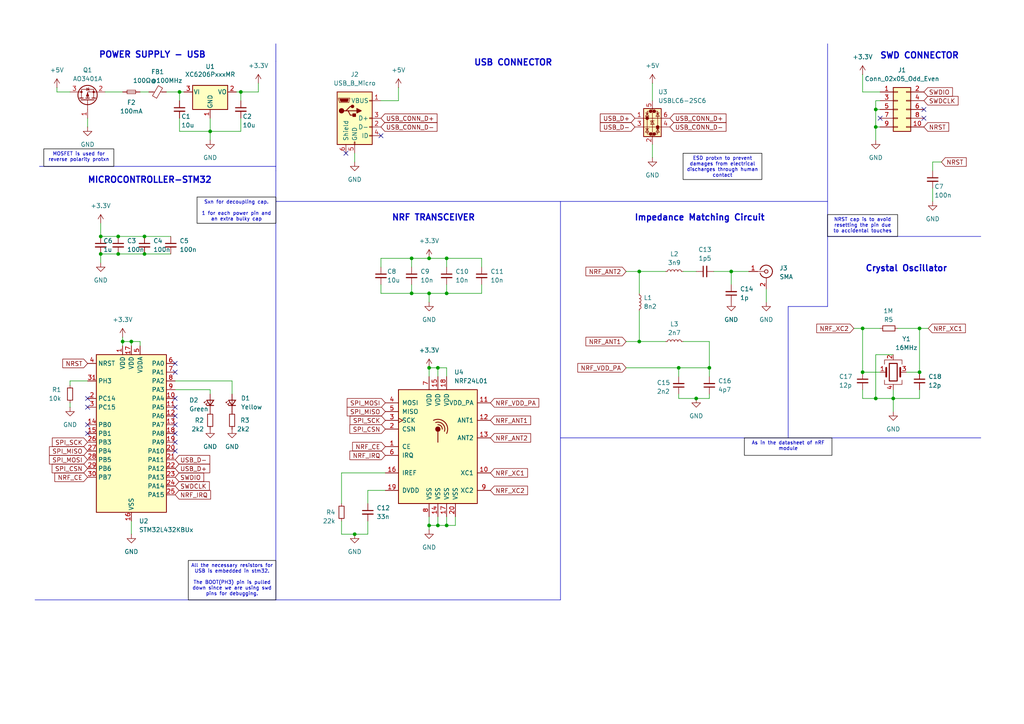
<source format=kicad_sch>
(kicad_sch (version 20231120) (generator "eeschema") (generator_version "8.0")
  (paper "A4")
  (lib_symbols
    (symbol "Connector:Conn_Coaxial" (pin_names (offset 1.016) hide)
      (property "Reference" "J" (at 0.254 3.048 0))
      (property "Value" "Conn_Coaxial" (at 2.921 0 90))
      (symbol "Conn_Coaxial_1_1"
        (pin passive line (at -5.08 0 0) (length 2.54) (name "In") (number "1"))
        (pin passive line (at 0 -5.08 90) (length 2.54) (name "Ext") (number "2"))
      )
    )
    (symbol "Connector:USB_B_Micro" (pin_names (offset 1.016))
      (property "Reference" "J" (at -5.08 11.43 0))
      (property "Value" "USB_B_Micro" (at -5.08 8.89 0))
      (symbol "USB_B_Micro_1_1"
        (pin power_out line (at 7.62 5.08 180) (length 2.54) (name "VBUS") (number "1"))
        (pin bidirectional line (at 7.62 -2.54 180) (length 2.54) (name "D-") (number "2"))
        (pin bidirectional line (at 7.62 0 180) (length 2.54) (name "D+") (number "3"))
        (pin passive line (at 7.62 -5.08 180) (length 2.54) (name "ID") (number "4"))
        (pin power_out line (at 0 -10.16 90) (length 2.54) (name "GND") (number "5"))
        (pin passive line (at -2.54 -10.16 90) (length 2.54) (name "Shield") (number "6"))
      )
    )
    (symbol "Connector_Generic:Conn_02x05_Odd_Even" (pin_names (offset 1.016) hide)
      (property "Reference" "J" (at 1.27 7.62 0))
      (property "Value" "Conn_02x05_Odd_Even" (at 1.27 -7.62 0))
      (symbol "Conn_02x05_Odd_Even_1_1"
        (pin passive line (at -5.08 5.08 0) (length 3.81) (name "Pin_1") (number "1"))
        (pin passive line (at 7.62 -5.08 180) (length 3.81) (name "Pin_10") (number "10"))
        (pin passive line (at 7.62 5.08 180) (length 3.81) (name "Pin_2") (number "2"))
        (pin passive line (at -5.08 2.54 0) (length 3.81) (name "Pin_3") (number "3"))
        (pin passive line (at 7.62 2.54 180) (length 3.81) (name "Pin_4") (number "4"))
        (pin passive line (at -5.08 0 0) (length 3.81) (name "Pin_5") (number "5"))
        (pin passive line (at 7.62 0 180) (length 3.81) (name "Pin_6") (number "6"))
        (pin passive line (at -5.08 -2.54 0) (length 3.81) (name "Pin_7") (number "7"))
        (pin passive line (at 7.62 -2.54 180) (length 3.81) (name "Pin_8") (number "8"))
        (pin passive line (at -5.08 -5.08 0) (length 3.81) (name "Pin_9") (number "9"))
      )
    )
    (symbol "Device:C_Small" (pin_numbers hide) (pin_names (offset 0.254) hide)
      (property "Reference" "C" (at 0.254 1.778 0))
      (property "Value" "C_Small" (at 0.254 -2.032 0))
      (symbol "C_Small_1_1"
        (pin passive line (at 0 2.54 270) (length 2.032) (name "~") (number "1"))
        (pin passive line (at 0 -2.54 90) (length 2.032) (name "~") (number "2"))
      )
    )
    (symbol "Device:Crystal_GND24" (pin_names (offset 1.016) hide)
      (property "Reference" "Y" (at 3.175 5.08 0))
      (property "Value" "Crystal_GND24" (at 3.175 3.175 0))
      (symbol "Crystal_GND24_1_1"
        (pin passive line (at -3.81 0 0) (length 1.27) (name "1") (number "1"))
        (pin passive line (at 0 5.08 270) (length 1.27) (name "2") (number "2"))
        (pin passive line (at 3.81 0 180) (length 1.27) (name "3") (number "3"))
        (pin passive line (at 0 -5.08 90) (length 1.27) (name "4") (number "4"))
      )
    )
    (symbol "Device:FerriteBead_Small" (pin_numbers hide) (pin_names (offset 0))
      (property "Reference" "FB" (at 1.905 1.27 0))
      (property "Value" "FerriteBead_Small" (at 1.905 -1.27 0))
      (symbol "FerriteBead_Small_1_1"
        (pin passive line (at 0 2.54 270) (length 1.27) (name "~") (number "1"))
        (pin passive line (at 0 -2.54 90) (length 1.27) (name "~") (number "2"))
      )
    )
    (symbol "Device:Fuse_Small" (pin_numbers hide) (pin_names (offset 0.254) hide)
      (property "Reference" "F" (at 0 -1.524 0))
      (property "Value" "Fuse_Small" (at 0 1.524 0))
      (symbol "Fuse_Small_1_1"
        (pin passive line (at -2.54 0 0) (length 1.27) (name "~") (number "1"))
        (pin passive line (at 2.54 0 180) (length 1.27) (name "~") (number "2"))
      )
    )
    (symbol "Device:LED_Small" (pin_numbers hide) (pin_names (offset 0.254) hide)
      (property "Reference" "D" (at -1.27 3.175 0))
      (property "Value" "LED_Small" (at -4.445 -2.54 0))
      (symbol "LED_Small_1_1"
        (pin passive line (at -2.54 0 0) (length 1.778) (name "K") (number "1"))
        (pin passive line (at 2.54 0 180) (length 1.778) (name "A") (number "2"))
      )
    )
    (symbol "Device:L_Small" (pin_numbers hide) (pin_names (offset 0.254) hide)
      (property "Reference" "L" (at 0.762 1.016 0))
      (property "Value" "L_Small" (at 0.762 -1.016 0))
      (symbol "L_Small_1_1"
        (pin passive line (at 0 2.54 270) (length 0.508) (name "~") (number "1"))
        (pin passive line (at 0 -2.54 90) (length 0.508) (name "~") (number "2"))
      )
    )
    (symbol "Device:R_Small" (pin_numbers hide) (pin_names (offset 0.254) hide)
      (property "Reference" "R" (at 0.762 0.508 0))
      (property "Value" "R_Small" (at 0.762 -1.016 0))
      (symbol "R_Small_1_1"
        (pin passive line (at 0 2.54 270) (length 0.762) (name "~") (number "1"))
        (pin passive line (at 0 -2.54 90) (length 0.762) (name "~") (number "2"))
      )
    )
    (symbol "MCU_ST_STM32L4:STM32L432KBUx"
      (property "Reference" "U" (at -10.16 24.13 0))
      (property "Value" "STM32L432KBUx" (at 5.08 24.13 0))
      (symbol "STM32L432KBUx_1_1"
        (pin power_in line (at -2.54 25.4 270) (length 2.54) (name "VDD") (number "1"))
        (pin bidirectional line (at 12.7 10.16 180) (length 2.54) (name "PA4") (number "10"))
        (pin bidirectional line (at 12.7 7.62 180) (length 2.54) (name "PA5") (number "11"))
        (pin bidirectional line (at 12.7 5.08 180) (length 2.54) (name "PA6") (number "12"))
        (pin bidirectional line (at 12.7 2.54 180) (length 2.54) (name "PA7") (number "13"))
        (pin bidirectional line (at -12.7 2.54 0) (length 2.54) (name "PB0") (number "14"))
        (pin bidirectional line (at -12.7 0 0) (length 2.54) (name "PB1") (number "15"))
        (pin power_in line (at 0 -25.4 90) (length 2.54) (name "VSS") (number "16"))
        (pin power_in line (at 0 25.4 270) (length 2.54) (name "VDD") (number "17"))
        (pin bidirectional line (at 12.7 0 180) (length 2.54) (name "PA8") (number "18"))
        (pin bidirectional line (at 12.7 -2.54 180) (length 2.54) (name "PA9") (number "19"))
        (pin bidirectional line (at -12.7 10.16 0) (length 2.54) (name "PC14") (number "2"))
        (pin bidirectional line (at 12.7 -5.08 180) (length 2.54) (name "PA10") (number "20"))
        (pin bidirectional line (at 12.7 -7.62 180) (length 2.54) (name "PA11") (number "21"))
        (pin bidirectional line (at 12.7 -10.16 180) (length 2.54) (name "PA12") (number "22"))
        (pin bidirectional line (at 12.7 -12.7 180) (length 2.54) (name "PA13") (number "23"))
        (pin bidirectional line (at 12.7 -15.24 180) (length 2.54) (name "PA14") (number "24"))
        (pin bidirectional line (at 12.7 -17.78 180) (length 2.54) (name "PA15") (number "25"))
        (pin bidirectional line (at -12.7 -2.54 0) (length 2.54) (name "PB3") (number "26"))
        (pin bidirectional line (at -12.7 -5.08 0) (length 2.54) (name "PB4") (number "27"))
        (pin bidirectional line (at -12.7 -7.62 0) (length 2.54) (name "PB5") (number "28"))
        (pin bidirectional line (at -12.7 -10.16 0) (length 2.54) (name "PB6") (number "29"))
        (pin bidirectional line (at -12.7 7.62 0) (length 2.54) (name "PC15") (number "3"))
        (pin bidirectional line (at -12.7 -12.7 0) (length 2.54) (name "PB7") (number "30"))
        (pin bidirectional line (at -12.7 15.24 0) (length 2.54) (name "PH3") (number "31"))
        (pin passive line (at 0 -25.4 90) (length 2.54) hide (name "VSS") (number "32"))
        (pin passive line (at 0 -25.4 90) (length 2.54) hide (name "VSS") (number "33"))
        (pin input line (at -12.7 20.32 0) (length 2.54) (name "NRST") (number "4"))
        (pin power_in line (at 2.54 25.4 270) (length 2.54) (name "VDDA") (number "5"))
        (pin bidirectional line (at 12.7 20.32 180) (length 2.54) (name "PA0") (number "6"))
        (pin bidirectional line (at 12.7 17.78 180) (length 2.54) (name "PA1") (number "7"))
        (pin bidirectional line (at 12.7 15.24 180) (length 2.54) (name "PA2") (number "8"))
        (pin bidirectional line (at 12.7 12.7 180) (length 2.54) (name "PA3") (number "9"))
      )
    )
    (symbol "Power_Protection:USBLC6-2SC6" (pin_names hide)
      (property "Reference" "U" (at 0.635 5.715 0))
      (property "Value" "USBLC6-2SC6" (at 0.635 3.81 0))
      (symbol "USBLC6-2SC6_1_1"
        (pin passive line (at -5.08 0 0) (length 2.54) (name "I/O1") (number "1"))
        (pin passive line (at 0 -7.62 90) (length 2.54) (name "GND") (number "2"))
        (pin passive line (at -5.08 -2.54 0) (length 2.54) (name "I/O2") (number "3"))
        (pin passive line (at 5.08 -2.54 180) (length 2.54) (name "I/O2") (number "4"))
        (pin passive line (at 0 5.08 270) (length 2.54) (name "VBUS") (number "5"))
        (pin passive line (at 5.08 0 180) (length 2.54) (name "I/O1") (number "6"))
      )
    )
    (symbol "RF:NRF24L01" (pin_names (offset 1.016))
      (property "Reference" "U" (at -11.43 17.78 0))
      (property "Value" "NRF24L01" (at 5.08 17.78 0))
      (symbol "NRF24L01_1_1"
        (pin input line (at -15.24 0 0) (length 3.81) (name "CE") (number "1"))
        (pin passive line (at 15.24 -7.62 180) (length 3.81) (name "XC1") (number "10"))
        (pin power_out line (at 15.24 12.7 180) (length 3.81) (name "VDD_PA") (number "11"))
        (pin passive line (at 15.24 7.62 180) (length 3.81) (name "ANT1") (number "12"))
        (pin passive line (at 15.24 2.54 180) (length 3.81) (name "ANT2") (number "13"))
        (pin power_in line (at 0 -20.32 90) (length 3.81) (name "VSS") (number "14"))
        (pin power_in line (at 0 20.32 270) (length 3.81) (name "VDD") (number "15"))
        (pin passive line (at -15.24 -7.62 0) (length 3.81) (name "IREF") (number "16"))
        (pin power_in line (at 2.54 -20.32 90) (length 3.81) (name "VSS") (number "17"))
        (pin power_in line (at 2.54 20.32 270) (length 3.81) (name "VDD") (number "18"))
        (pin power_out line (at -15.24 -12.7 0) (length 3.81) (name "DVDD") (number "19"))
        (pin input line (at -15.24 5.08 0) (length 3.81) (name "CSN") (number "2"))
        (pin power_in line (at 5.08 -20.32 90) (length 3.81) (name "VSS") (number "20"))
        (pin input clock (at -15.24 7.62 0) (length 3.81) (name "SCK") (number "3"))
        (pin input line (at -15.24 12.7 0) (length 3.81) (name "MOSI") (number "4"))
        (pin output line (at -15.24 10.16 0) (length 3.81) (name "MISO") (number "5"))
        (pin output line (at -15.24 -2.54 0) (length 3.81) (name "IRQ") (number "6"))
        (pin power_in line (at -2.54 20.32 270) (length 3.81) (name "VDD") (number "7"))
        (pin power_in line (at -2.54 -20.32 90) (length 3.81) (name "VSS") (number "8"))
        (pin passive line (at 15.24 -12.7 180) (length 3.81) (name "XC2") (number "9"))
      )
    )
    (symbol "Regulator_Linear:XC6206PxxxMR" (pin_names (offset 0.254))
      (property "Reference" "U" (at -3.81 3.175 0))
      (property "Value" "XC6206PxxxMR" (at 0 3.175 0))
      (symbol "XC6206PxxxMR_1_1"
        (pin power_in line (at 0 -7.62 90) (length 2.54) (name "GND") (number "1"))
        (pin power_out line (at 7.62 0 180) (length 2.54) (name "VO") (number "2"))
        (pin power_in line (at -7.62 0 0) (length 2.54) (name "VI") (number "3"))
      )
    )
    (symbol "Transistor_FET:AO3401A" (pin_names hide)
      (property "Reference" "Q" (at 5.08 1.905 0))
      (property "Value" "AO3401A" (at 5.08 0 0))
      (symbol "AO3401A_1_1"
        (pin input line (at -5.08 0 0) (length 2.54) (name "G") (number "1"))
        (pin passive line (at 2.54 -5.08 90) (length 2.54) (name "S") (number "2"))
        (pin passive line (at 2.54 5.08 270) (length 2.54) (name "D") (number "3"))
      )
    )
    (symbol "power:+3.3V" (power) (pin_numbers hide) (pin_names (offset 0) hide)
      (property "Value" "+3.3V" (at 0 3.556 0))
      (symbol "+3.3V_1_1"
        (pin power_in line (at 0 0 90) (length 0) (name "~") (number "1"))
      )
    )
    (symbol "power:+5V" (power) (pin_numbers hide) (pin_names (offset 0) hide)
      (property "Value" "+5V" (at 0 3.556 0))
      (symbol "+5V_1_1"
        (pin power_in line (at 0 0 90) (length 0) (name "~") (number "1"))
      )
    )
    (symbol "power:GND" (power) (pin_numbers hide) (pin_names (offset 0) hide)
      (property "Value" "GND" (at 0 -3.81 0))
      (symbol "GND_1_1"
        (pin power_in line (at 0 0 270) (length 0) (name "~") (number "1"))
      )
    )
  )
  (junction (at 34.29 73.66))
  (junction (at 254 36.83))
  (junction (at 41.91 73.66))
  (junction (at 119.38 74.93))
  (junction (at 29.21 73.66))
  (junction (at 41.91 68.58))
  (junction (at 185.42 99.06))
  (junction (at 266.7 107.95))
  (junction (at 52.07 26.67))
  (junction (at 250.19 107.95))
  (junction (at 124.46 85.09))
  (junction (at 127 106.68))
  (junction (at 34.29 68.58))
  (junction (at 250.19 95.25))
  (junction (at 266.7 95.25))
  (junction (at 35.56 99.06))
  (junction (at 124.46 106.68))
  (junction (at 119.38 85.09))
  (junction (at 102.87 154.94))
  (junction (at 29.21 68.58))
  (junction (at 124.46 152.4))
  (junction (at 205.74 106.68))
  (junction (at 129.54 152.4))
  (junction (at 69.85 26.67))
  (junction (at 254 31.75))
  (junction (at 212.09 78.74))
  (junction (at 129.54 85.09))
  (junction (at 196.85 106.68))
  (junction (at 254 115.57))
  (junction (at 60.96 38.1))
  (junction (at 38.1 99.06))
  (junction (at 127 152.4))
  (junction (at 201.93 115.57))
  (junction (at 124.46 74.93))
  (junction (at 185.42 78.74))
  (junction (at 129.54 74.93))
  (junction (at 259.08 115.57))
  (no_connect (at 50.8 125.73))
  (no_connect (at 110.49 39.37))
  (no_connect (at 267.97 31.75))
  (no_connect (at 50.8 120.65))
  (no_connect (at 267.97 34.29))
  (no_connect (at 25.4 118.11))
  (no_connect (at 50.8 123.19))
  (no_connect (at 50.8 107.95))
  (no_connect (at 25.4 115.57))
  (no_connect (at 25.4 125.73))
  (no_connect (at 50.8 128.27))
  (no_connect (at 100.33 44.45))
  (no_connect (at 25.4 123.19))
  (no_connect (at 50.8 105.41))
  (no_connect (at 50.8 118.11))
  (no_connect (at 255.27 34.29))
  (no_connect (at 50.8 115.57))
  (no_connect (at 50.8 130.81))
  (wire (pts (xy 181.61 106.68) (xy 196.85 106.68)))
  (wire (pts (xy 198.12 78.74) (xy 201.93 78.74)))
  (polyline (pts (xy 10.16 173.99) (xy 80.01 173.99)))
  (wire (pts (xy 52.07 26.67) (xy 53.34 26.67)))
  (wire (pts (xy 38.1 99.06) (xy 40.64 99.06)))
  (polyline (pts (xy 228.6 127) (xy 228.6 88.9)))
  (polyline (pts (xy 11.43 48.26) (xy 13.97 48.26)))
  (wire (pts (xy 185.42 90.17) (xy 185.42 99.06)))
  (wire (pts (xy 129.54 106.68) (xy 127 106.68)))
  (polyline (pts (xy 228.6 127) (xy 284.48 127)))
  (wire (pts (xy 132.08 152.4) (xy 129.54 152.4)))
  (wire (pts (xy 270.51 54.61) (xy 270.51 58.42)))
  (wire (pts (xy 99.06 137.16) (xy 99.06 146.05)))
  (wire (pts (xy 48.26 26.67) (xy 52.07 26.67)))
  (wire (pts (xy 106.68 142.24) (xy 111.76 142.24)))
  (wire (pts (xy 139.7 77.47) (xy 139.7 74.93)))
  (wire (pts (xy 38.1 99.06) (xy 38.1 100.33)))
  (wire (pts (xy 60.96 34.29) (xy 60.96 38.1)))
  (wire (pts (xy 124.46 85.09) (xy 124.46 87.63)))
  (wire (pts (xy 259.08 102.87) (xy 254 102.87)))
  (wire (pts (xy 35.56 99.06) (xy 38.1 99.06)))
  (wire (pts (xy 119.38 74.93) (xy 119.38 77.47)))
  (wire (pts (xy 30.48 26.67) (xy 35.56 26.67)))
  (wire (pts (xy 189.23 41.91) (xy 189.23 45.72)))
  (wire (pts (xy 74.93 24.13) (xy 74.93 26.67)))
  (wire (pts (xy 124.46 152.4) (xy 124.46 153.67)))
  (wire (pts (xy 110.49 77.47) (xy 110.49 74.93)))
  (wire (pts (xy 129.54 77.47) (xy 129.54 74.93)))
  (wire (pts (xy 119.38 82.55) (xy 119.38 85.09)))
  (wire (pts (xy 205.74 99.06) (xy 205.74 106.68)))
  (polyline (pts (xy 228.6 88.9) (xy 240.03 88.9)))
  (wire (pts (xy 254 29.21) (xy 254 31.75)))
  (wire (pts (xy 34.29 68.58) (xy 41.91 68.58)))
  (wire (pts (xy 250.19 21.59) (xy 250.19 26.67)))
  (wire (pts (xy 254 102.87) (xy 254 115.57)))
  (wire (pts (xy 196.85 114.3) (xy 196.85 115.57)))
  (wire (pts (xy 119.38 85.09) (xy 124.46 85.09)))
  (wire (pts (xy 254 31.75) (xy 254 36.83)))
  (wire (pts (xy 29.21 73.66) (xy 34.29 73.66)))
  (wire (pts (xy 99.06 154.94) (xy 99.06 151.13)))
  (wire (pts (xy 16.51 26.67) (xy 20.32 26.67)))
  (polyline (pts (xy 80.01 48.26) (xy 80.01 49.53)))
  (wire (pts (xy 20.32 116.84) (xy 20.32 118.11)))
  (wire (pts (xy 127 152.4) (xy 124.46 152.4)))
  (wire (pts (xy 222.25 83.82) (xy 222.25 87.63)))
  (wire (pts (xy 139.7 82.55) (xy 139.7 85.09)))
  (polyline (pts (xy 240.03 68.58) (xy 284.48 68.58)))
  (wire (pts (xy 50.8 113.03) (xy 60.96 113.03)))
  (wire (pts (xy 16.51 25.4) (xy 16.51 26.67)))
  (polyline (pts (xy 80.01 173.99) (xy 162.56 173.99)))
  (wire (pts (xy 69.85 34.29) (xy 69.85 38.1)))
  (wire (pts (xy 41.91 73.66) (xy 49.53 73.66)))
  (wire (pts (xy 185.42 78.74) (xy 193.04 78.74)))
  (wire (pts (xy 40.64 99.06) (xy 40.64 100.33)))
  (wire (pts (xy 38.1 151.13) (xy 38.1 154.94)))
  (wire (pts (xy 50.8 110.49) (xy 67.31 110.49)))
  (wire (pts (xy 196.85 106.68) (xy 205.74 106.68)))
  (wire (pts (xy 52.07 34.29) (xy 52.07 38.1)))
  (wire (pts (xy 250.19 107.95) (xy 255.27 107.95)))
  (polyline (pts (xy 162.56 127) (xy 228.6 127)))
  (wire (pts (xy 106.68 154.94) (xy 102.87 154.94)))
  (wire (pts (xy 196.85 109.22) (xy 196.85 106.68)))
  (wire (pts (xy 111.76 137.16) (xy 99.06 137.16)))
  (wire (pts (xy 106.68 151.13) (xy 106.68 154.94)))
  (wire (pts (xy 212.09 78.74) (xy 217.17 78.74)))
  (wire (pts (xy 69.85 26.67) (xy 69.85 29.21)))
  (wire (pts (xy 20.32 111.76) (xy 20.32 110.49)))
  (wire (pts (xy 262.89 107.95) (xy 266.7 107.95)))
  (polyline (pts (xy 80.01 49.53) (xy 80.01 173.99)))
  (wire (pts (xy 124.46 149.86) (xy 124.46 152.4)))
  (wire (pts (xy 127 106.68) (xy 124.46 106.68)))
  (wire (pts (xy 127 149.86) (xy 127 152.4)))
  (wire (pts (xy 74.93 26.67) (xy 69.85 26.67)))
  (wire (pts (xy 41.91 68.58) (xy 49.53 68.58)))
  (wire (pts (xy 110.49 29.21) (xy 115.57 29.21)))
  (wire (pts (xy 212.09 78.74) (xy 212.09 82.55)))
  (wire (pts (xy 205.74 109.22) (xy 205.74 106.68)))
  (wire (pts (xy 40.64 26.67) (xy 43.18 26.67)))
  (polyline (pts (xy 80.01 17.78) (xy 80.01 48.26)))
  (wire (pts (xy 69.85 38.1) (xy 60.96 38.1)))
  (wire (pts (xy 205.74 114.3) (xy 205.74 115.57)))
  (wire (pts (xy 29.21 73.66) (xy 29.21 76.2)))
  (wire (pts (xy 207.01 78.74) (xy 212.09 78.74)))
  (wire (pts (xy 35.56 99.06) (xy 35.56 100.33)))
  (wire (pts (xy 129.54 152.4) (xy 127 152.4)))
  (polyline (pts (xy 13.97 48.26) (xy 80.01 48.26)))
  (wire (pts (xy 247.65 95.25) (xy 250.19 95.25)))
  (polyline (pts (xy 162.56 173.99) (xy 162.56 58.42)))
  (wire (pts (xy 266.7 95.25) (xy 266.7 107.95)))
  (wire (pts (xy 129.54 149.86) (xy 129.54 152.4)))
  (wire (pts (xy 205.74 115.57) (xy 201.93 115.57)))
  (wire (pts (xy 60.96 38.1) (xy 60.96 40.64)))
  (wire (pts (xy 250.19 115.57) (xy 254 115.57)))
  (wire (pts (xy 124.46 85.09) (xy 129.54 85.09)))
  (wire (pts (xy 129.54 85.09) (xy 139.7 85.09)))
  (wire (pts (xy 185.42 85.09) (xy 185.42 78.74)))
  (wire (pts (xy 110.49 82.55) (xy 110.49 85.09)))
  (wire (pts (xy 129.54 109.22) (xy 129.54 106.68)))
  (wire (pts (xy 254 36.83) (xy 254 40.64)))
  (wire (pts (xy 129.54 74.93) (xy 124.46 74.93)))
  (wire (pts (xy 250.19 95.25) (xy 250.19 107.95)))
  (polyline (pts (xy 80.01 12.7) (xy 80.01 17.78)))
  (wire (pts (xy 68.58 26.67) (xy 69.85 26.67)))
  (wire (pts (xy 52.07 38.1) (xy 60.96 38.1)))
  (wire (pts (xy 270.51 49.53) (xy 270.51 46.99)))
  (wire (pts (xy 34.29 73.66) (xy 41.91 73.66)))
  (wire (pts (xy 250.19 26.67) (xy 255.27 26.67)))
  (wire (pts (xy 102.87 44.45) (xy 102.87 46.99)))
  (wire (pts (xy 254 115.57) (xy 259.08 115.57)))
  (wire (pts (xy 25.4 34.29) (xy 25.4 36.83)))
  (wire (pts (xy 20.32 110.49) (xy 25.4 110.49)))
  (polyline (pts (xy 240.03 12.7) (xy 240.03 68.58)))
  (wire (pts (xy 270.51 46.99) (xy 273.05 46.99)))
  (wire (pts (xy 132.08 149.86) (xy 132.08 152.4)))
  (polyline (pts (xy 240.03 88.9) (xy 240.03 68.58)))
  (wire (pts (xy 119.38 74.93) (xy 124.46 74.93)))
  (wire (pts (xy 29.21 64.77) (xy 29.21 68.58)))
  (wire (pts (xy 127 106.68) (xy 127 109.22)))
  (wire (pts (xy 196.85 115.57) (xy 201.93 115.57)))
  (wire (pts (xy 266.7 115.57) (xy 259.08 115.57)))
  (wire (pts (xy 181.61 78.74) (xy 185.42 78.74)))
  (wire (pts (xy 181.61 99.06) (xy 185.42 99.06)))
  (wire (pts (xy 115.57 29.21) (xy 115.57 25.4)))
  (wire (pts (xy 250.19 113.03) (xy 250.19 115.57)))
  (wire (pts (xy 102.87 154.94) (xy 99.06 154.94)))
  (wire (pts (xy 260.35 95.25) (xy 266.7 95.25)))
  (wire (pts (xy 106.68 146.05) (xy 106.68 142.24)))
  (wire (pts (xy 266.7 95.25) (xy 269.24 95.25)))
  (wire (pts (xy 255.27 95.25) (xy 250.19 95.25)))
  (wire (pts (xy 189.23 24.13) (xy 189.23 29.21)))
  (wire (pts (xy 266.7 113.03) (xy 266.7 115.57)))
  (wire (pts (xy 110.49 74.93) (xy 119.38 74.93)))
  (wire (pts (xy 139.7 74.93) (xy 129.54 74.93)))
  (wire (pts (xy 185.42 99.06) (xy 193.04 99.06)))
  (wire (pts (xy 254 29.21) (xy 255.27 29.21)))
  (wire (pts (xy 60.96 113.03) (xy 60.96 114.3)))
  (wire (pts (xy 29.21 68.58) (xy 34.29 68.58)))
  (wire (pts (xy 67.31 110.49) (xy 67.31 114.3)))
  (wire (pts (xy 110.49 85.09) (xy 119.38 85.09)))
  (wire (pts (xy 254 36.83) (xy 255.27 36.83)))
  (wire (pts (xy 259.08 113.03) (xy 259.08 115.57)))
  (wire (pts (xy 198.12 99.06) (xy 205.74 99.06)))
  (wire (pts (xy 35.56 97.79) (xy 35.56 99.06)))
  (wire (pts (xy 52.07 26.67) (xy 52.07 29.21)))
  (wire (pts (xy 259.08 115.57) (xy 259.08 119.38)))
  (wire (pts (xy 254 31.75) (xy 255.27 31.75)))
  (polyline (pts (xy 80.01 58.42) (xy 240.03 58.42)))
  (wire (pts (xy 124.46 106.68) (xy 124.46 109.22)))
  (wire (pts (xy 129.54 82.55) (xy 129.54 85.09)))
  (text_box "As in the datasheet of nRF module" (at 215.9 127 0) (size 25.4 5.08) (stroke (width 0) (color 0 0 0 1)) (effects (font (size 1.016 1.016)) (justify top)))
  (text_box "MOSFET is used for reverse polarity protxn" (at 12.7 43.18 0) (size 20.32 5.08) (stroke (width 0) (color 0 0 0 1)) (effects (font (size 1.016 1.016)) (justify top)))
  (text_box "ESD protxn to prevent damages from electrical discharges through human contact" (at 198.12 44.45 0) (size 22.86 7.62) (stroke (width 0) (color 0 0 0 1)) (effects (font (size 1.016 1.016)) (justify top)))
  (text_box "NRST cap is to avoid resetting the pin due to accidental touches " (at 240.03 62.23 0) (size 20.32 6.35) (stroke (width 0) (color 0 0 0 1)) (effects (font (size 1.016 1.016)) (justify top)))
  (text_box "Sxn for decoupling cap.\n\n1 for each power pin and an extra bulky cap" (at 57.15 57.15 0) (size 22.86 7.62) (stroke (width 0) (color 0 0 0 1)) (effects (font (size 1.016 1.016)) (justify top)))
  (text_box "All the necessary resistors for USB is embedded in stm32.\n\nThe BOOT(PH3) pin is pulled down since we are using swd pins for debugging." (at 54.61 162.56 0) (size 25.4 11.43) (stroke (width 0) (color 0 0 0 1)) (effects (font (size 1.016 1.016)) (justify top)))
  (text "USB CONNECTOR" (at 148.844 18.288 0) (effects (font (size 1.778 1.778) (thickness 0.3556) (bold yes))))
  (text "POWER SUPPLY - USB" (at 44.196 16.002 0) (effects (font (size 1.778 1.778) (thickness 0.3556) (bold yes))))
  (text "MICROCONTROLLER-STM32" (at 43.434 52.324 0) (effects (font (size 1.778 1.778) (thickness 0.3556) (bold yes))))
  (text "Impedance Matching Circuit" (at 202.946 63.246 0) (effects (font (size 1.778 1.778) (thickness 0.3556) (bold yes))))
  (text "Crystal Oscillator" (at 262.89 77.978 0) (effects (font (size 1.778 1.778) (thickness 0.3556) (bold yes))))
  (text "NRF TRANSCEIVER" (at 125.73 63.246 0) (effects (font (size 1.778 1.778) (thickness 0.3556) (bold yes))))
  (text "SWD CONNECTOR" (at 266.7 16.256 0) (effects (font (size 1.778 1.778) (thickness 0.3556) (bold yes))))
  (global_label "SPI_SCK" (shape input) (at 111.76 121.92 180) (property "Intersheetrefs" "${INTERSHEET_REFS}" (effects (hide yes))))
  (global_label "SPI_MOSI" (shape input) (at 111.76 116.84 180) (property "Intersheetrefs" "${INTERSHEET_REFS}" (effects (hide yes))))
  (global_label "NRST" (shape input) (at 25.4 105.41 180) (effects (font (thickness 0.1588))) (property "Intersheetrefs" "${INTERSHEET_REFS}" (effects (hide yes))))
  (global_label "NRF_VDD_PA" (shape input) (at 181.61 106.68 180) (property "Intersheetrefs" "${INTERSHEET_REFS}" (effects (hide yes))))
  (global_label "NRF_ANT2" (shape input) (at 181.61 78.74 180) (property "Intersheetrefs" "${INTERSHEET_REFS}" (effects (hide yes))))
  (global_label "SPI_CSN" (shape input) (at 25.4 135.89 180) (property "Intersheetrefs" "${INTERSHEET_REFS}" (effects (hide yes))))
  (global_label "NRF_IRQ" (shape input) (at 111.76 132.08 180) (property "Intersheetrefs" "${INTERSHEET_REFS}" (effects (hide yes))))
  (global_label "NRF_XC2" (shape input) (at 142.24 142.24 0) (property "Intersheetrefs" "${INTERSHEET_REFS}" (effects (hide yes))))
  (global_label "USB_CONN_D+" (shape input) (at 194.31 34.29 0) (effects (font (thickness 0.1588))) (property "Intersheetrefs" "${INTERSHEET_REFS}" (effects (hide yes))))
  (global_label "SPI_CSN" (shape input) (at 111.76 124.46 180) (property "Intersheetrefs" "${INTERSHEET_REFS}" (effects (hide yes))))
  (global_label "SPI_MOSI" (shape input) (at 25.4 133.35 180) (property "Intersheetrefs" "${INTERSHEET_REFS}" (effects (hide yes))))
  (global_label "SWDCLK" (shape input) (at 50.8 140.97 0) (effects (font (thickness 0.1588))) (property "Intersheetrefs" "${INTERSHEET_REFS}" (effects (hide yes))))
  (global_label "NRF_XC1" (shape input) (at 269.24 95.25 0) (property "Intersheetrefs" "${INTERSHEET_REFS}" (effects (hide yes))))
  (global_label "NRF_XC2" (shape input) (at 247.65 95.25 180) (property "Intersheetrefs" "${INTERSHEET_REFS}" (effects (hide yes))))
  (global_label "NRF_ANT1" (shape input) (at 142.24 121.92 0) (property "Intersheetrefs" "${INTERSHEET_REFS}" (effects (hide yes))))
  (global_label "SWDIO" (shape input) (at 50.8 138.43 0) (effects (font (thickness 0.1588))) (property "Intersheetrefs" "${INTERSHEET_REFS}" (effects (hide yes))))
  (global_label "USB_CONN_D-" (shape input) (at 110.49 36.83 0) (effects (font (thickness 0.1588))) (property "Intersheetrefs" "${INTERSHEET_REFS}" (effects (hide yes))))
  (global_label "USB_CONN_D-" (shape input) (at 194.31 36.83 0) (effects (font (thickness 0.1588))) (property "Intersheetrefs" "${INTERSHEET_REFS}" (effects (hide yes))))
  (global_label "NRF_ANT1" (shape input) (at 181.61 99.06 180) (property "Intersheetrefs" "${INTERSHEET_REFS}" (effects (hide yes))))
  (global_label "USB_D+" (shape input) (at 50.8 135.89 0) (effects (font (thickness 0.1588))) (property "Intersheetrefs" "${INTERSHEET_REFS}" (effects (hide yes))))
  (global_label "SPI_SCK" (shape input) (at 25.4 128.27 180) (property "Intersheetrefs" "${INTERSHEET_REFS}" (effects (hide yes))))
  (global_label "NRF_ANT2" (shape input) (at 142.24 127 0) (property "Intersheetrefs" "${INTERSHEET_REFS}" (effects (hide yes))))
  (global_label "USB_D-" (shape input) (at 50.8 133.35 0) (effects (font (thickness 0.1588))) (property "Intersheetrefs" "${INTERSHEET_REFS}" (effects (hide yes))))
  (global_label "USB_CONN_D+" (shape input) (at 110.49 34.29 0) (effects (font (thickness 0.1588))) (property "Intersheetrefs" "${INTERSHEET_REFS}" (effects (hide yes))))
  (global_label "NRF_IRQ" (shape input) (at 50.8 143.51 0) (property "Intersheetrefs" "${INTERSHEET_REFS}" (effects (hide yes))))
  (global_label "NRF_XC1" (shape input) (at 142.24 137.16 0) (property "Intersheetrefs" "${INTERSHEET_REFS}" (effects (hide yes))))
  (global_label "SWDIO" (shape input) (at 267.97 26.67 0) (property "Intersheetrefs" "${INTERSHEET_REFS}" (effects (hide yes))))
  (global_label "NRF_CE" (shape input) (at 25.4 138.43 180) (property "Intersheetrefs" "${INTERSHEET_REFS}" (effects (hide yes))))
  (global_label "SWDCLK" (shape input) (at 267.97 29.21 0) (property "Intersheetrefs" "${INTERSHEET_REFS}" (effects (hide yes))))
  (global_label "USB_D+" (shape input) (at 184.15 34.29 180) (effects (font (thickness 0.1588))) (property "Intersheetrefs" "${INTERSHEET_REFS}" (effects (hide yes))))
  (global_label "NRF_CE" (shape input) (at 111.76 129.54 180) (property "Intersheetrefs" "${INTERSHEET_REFS}" (effects (hide yes))))
  (global_label "USB_D-" (shape input) (at 184.15 36.83 180) (effects (font (thickness 0.1588))) (property "Intersheetrefs" "${INTERSHEET_REFS}" (effects (hide yes))))
  (global_label "SPI_MISO" (shape input) (at 25.4 130.81 180) (property "Intersheetrefs" "${INTERSHEET_REFS}" (effects (hide yes))))
  (global_label "NRF_VDD_PA" (shape input) (at 142.24 116.84 0) (property "Intersheetrefs" "${INTERSHEET_REFS}" (effects (hide yes))))
  (global_label "SPI_MISO" (shape input) (at 111.76 119.38 180) (property "Intersheetrefs" "${INTERSHEET_REFS}" (effects (hide yes))))
  (global_label "NRST" (shape input) (at 267.97 36.83 0) (property "Intersheetrefs" "${INTERSHEET_REFS}" (effects (hide yes))))
  (global_label "NRST" (shape input) (at 273.05 46.99 0) (property "Intersheetrefs" "${INTERSHEET_REFS}" (effects (hide yes))))
  (symbol (lib_id "Device:C_Small") (at 29.21 71.12 0) (unit 1)
    (property "Reference" "C6" (at 29.972 69.85 0) (effects (justify left)))
    (property "Value" "1u" (at 29.972 72.39 0) (effects (justify left)))
    (property "Footprint" "Capacitor_SMD:C_0402_1005Metric" (effects (hide yes)))
    (property "Description" "Unpolarized capacitor, small symbol" (effects (hide yes)))
  )
  (symbol (lib_id "power:GND") (at 102.87 46.99 0) (unit 1)
    (property "Reference" "#PWR015" (effects (hide yes)))
    (property "Value" "GND" (at 102.87 52.07 0))
    (property "Description" "Power symbol creates a global label with name \"GND\" , ground" (effects (hide yes)))
  )
  (symbol (lib_id "Device:C_Small") (at 69.85 31.75 0) (unit 1)
    (property "Reference" "C2" (at 70.358 33.782 0) (effects (justify left)))
    (property "Value" "10u" (at 70.358 36.322 0) (effects (justify left)))
    (property "Footprint" "Capacitor_SMD:C_0603_1608Metric" (effects (hide yes)))
    (property "Description" "Unpolarized capacitor, small symbol" (effects (hide yes)))
  )
  (symbol (lib_id "power:GND") (at 212.09 87.63 0) (unit 1)
    (property "Reference" "#PWR024" (effects (hide yes)))
    (property "Value" "GND" (at 212.09 92.71 0))
    (property "Description" "Power symbol creates a global label with name \"GND\" , ground" (effects (hide yes)))
  )
  (symbol (lib_id "power:+3.3V") (at 124.46 106.68 0) (unit 1)
    (property "Reference" "#PWR019" (effects (hide yes)))
    (property "Value" "+3.3V" (at 124.46 101.6 0))
    (property "Description" "Power symbol creates a global label with name \"+3.3V\"" (effects (hide yes)))
  )
  (symbol (lib_id "power:GND") (at 102.87 154.94 0) (unit 1)
    (property "Reference" "#PWR023" (effects (hide yes)))
    (property "Value" "GND" (at 102.87 160.02 0))
    (property "Description" "Power symbol creates a global label with name \"GND\" , ground" (effects (hide yes)))
  )
  (symbol (lib_id "Device:C_Small") (at 196.85 111.76 180) (unit 1)
    (property "Reference" "C15" (at 190.5 110.998 0) (effects (justify right)))
    (property "Value" "2n2" (at 190.5 113.538 0) (effects (justify right)))
    (property "Footprint" "Capacitor_SMD:C_0402_1005Metric" (effects (hide yes)))
    (property "Description" "Unpolarized capacitor, small symbol" (effects (hide yes)))
  )
  (symbol (lib_id "power:GND") (at 67.31 124.46 0) (unit 1)
    (property "Reference" "#PWR011" (effects (hide yes)))
    (property "Value" "GND" (at 67.31 129.54 0))
    (property "Description" "Power symbol creates a global label with name \"GND\" , ground" (effects (hide yes)))
  )
  (symbol (lib_id "power:GND") (at 38.1 154.94 0) (unit 1)
    (property "Reference" "#PWR08" (effects (hide yes)))
    (property "Value" "GND" (at 38.1 160.02 0))
    (property "Description" "Power symbol creates a global label with name \"GND\" , ground" (effects (hide yes)))
  )
  (symbol (lib_id "Device:C_Small") (at 110.49 80.01 0) (unit 1)
    (property "Reference" "C8" (at 112.268 78.74 0) (effects (justify left)))
    (property "Value" "10u" (at 112.268 81.28 0) (effects (justify left)))
    (property "Footprint" "Capacitor_SMD:C_0402_1005Metric" (effects (hide yes)))
    (property "Description" "Unpolarized capacitor, small symbol" (effects (hide yes)))
  )
  (symbol (lib_id "Power_Protection:USBLC6-2SC6") (at 189.23 34.29 0) (unit 1)
    (property "Reference" "U3" (at 190.8811 26.67 0) (effects (justify left)))
    (property "Value" "USBLC6-2SC6" (at 190.8811 29.21 0) (effects (justify left)))
    (property "Footprint" "Package_TO_SOT_SMD:SOT-23-6" (effects (hide yes)))
    (property "Datasheet" "https://www.st.com/resource/en/datasheet/usblc6-2.pdf" (effects (hide yes)))
    (property "Description" "Very low capacitance ESD protection diode, 2 data-line, SOT-23-6" (effects (hide yes)))
  )
  (symbol (lib_id "Device:C_Small") (at 250.19 110.49 0) (unit 1)
    (property "Reference" "C17" (at 243.332 109.22 0) (effects (justify left)))
    (property "Value" "12p" (at 243.332 111.76 0) (effects (justify left)))
    (property "Footprint" "Capacitor_SMD:C_0402_1005Metric" (effects (hide yes)))
    (property "Description" "Unpolarized capacitor, small symbol" (effects (hide yes)))
  )
  (symbol (lib_id "power:GND") (at 60.96 40.64 0) (unit 1)
    (property "Reference" "#PWR03" (effects (hide yes)))
    (property "Value" "GND" (at 60.96 45.72 0))
    (property "Description" "Power symbol creates a global label with name \"GND\" , ground" (effects (hide yes)))
  )
  (symbol (lib_id "power:+5V") (at 189.23 24.13 0) (unit 1)
    (property "Reference" "#PWR017" (effects (hide yes)))
    (property "Value" "+5V" (at 189.23 19.05 0))
    (property "Description" "Power symbol creates a global label with name \"+5V\"" (effects (hide yes)))
  )
  (symbol (lib_id "power:GND") (at 259.08 119.38 0) (unit 1)
    (property "Reference" "#PWR027" (effects (hide yes)))
    (property "Value" "GND" (at 259.08 124.46 0))
    (property "Description" "Power symbol creates a global label with name \"GND\" , ground" (effects (hide yes)))
  )
  (symbol (lib_id "power:+3.3V") (at 35.56 97.79 0) (unit 1)
    (property "Reference" "#PWR07" (effects (hide yes)))
    (property "Value" "+3.3V" (at 35.56 92.71 0))
    (property "Description" "Power symbol creates a global label with name \"+3.3V\"" (effects (hide yes)))
  )
  (symbol (lib_id "RF:NRF24L01") (at 127 129.54 0) (unit 1)
    (property "Reference" "U4" (at 131.7341 107.95 0) (effects (justify left)))
    (property "Value" "NRF24L01" (at 131.7341 110.49 0) (effects (justify left)))
    (property "Footprint" "Package_DFN_QFN:QFN-20-1EP_4x4mm_P0.5mm_EP2.5x2.5mm" (effects (hide yes)))
    (property "Datasheet" "http://www.nordicsemi.com/eng/content/download/2730/34105/file/nRF24L01_Product_Specification_v2_0.pdf" (effects (hide yes)))
    (property "Description" "Ultra low power 2.4GHz RF Transceiver, QFN-20" (effects (hide yes)))
  )
  (symbol (lib_id "Device:Fuse_Small") (at 38.1 26.67 0) (unit 1)
    (property "Reference" "F2" (at 38.1 29.718 0))
    (property "Value" "100mA" (at 38.1 32.258 0))
    (property "Footprint" "Fuse:Fuse_1206_3216Metric" (effects (hide yes)))
    (property "Description" "Fuse, small symbol" (effects (hide yes)))
  )
  (symbol (lib_id "Regulator_Linear:XC6206PxxxMR") (at 60.96 26.67 0) (unit 1)
    (property "Reference" "U1" (at 60.96 19.304 0))
    (property "Value" "XC6206PxxxMR" (at 60.96 21.59 0))
    (property "Footprint" "Package_TO_SOT_SMD:SOT-23-3" (effects (hide yes)))
    (property "Datasheet" "https://www.torexsemi.com/file/xc6206/XC6206.pdf" (effects (hide yes)))
    (property "Description" "Positive 60-250mA Low Dropout Regulator, Fixed Output, SOT-23" (effects (hide yes)))
  )
  (symbol (lib_id "power:+5V") (at 115.57 25.4 0) (unit 1)
    (property "Reference" "#PWR016" (effects (hide yes)))
    (property "Value" "+5V" (at 115.57 20.32 0))
    (property "Description" "Power symbol creates a global label with name \"+5V\"" (effects (hide yes)))
  )
  (symbol (lib_id "Device:FerriteBead_Small") (at 45.72 26.67 90) (unit 1)
    (property "Reference" "FB1" (at 45.72 20.828 90))
    (property "Value" "100Ω@100MHz" (at 45.72 23.368 90))
    (property "Footprint" "Inductor_SMD:L_0805_2012Metric" (effects (hide yes)))
    (property "Description" "Ferrite bead, small symbol" (effects (hide yes)))
  )
  (symbol (lib_id "Connector:Conn_Coaxial") (at 222.25 78.74 0) (unit 1)
    (property "Reference" "J3" (at 226.06 77.7631 0) (effects (justify left)))
    (property "Value" "SMA" (at 226.06 80.3031 0) (effects (justify left)))
    (property "Footprint" "Connector_Coaxial:SMA_Samtec_SMA-J-P-H-ST-EM1_EdgeMount" (effects (hide yes)))
    (property "Description" "coaxial connector (BNC, SMA, SMB, SMC, Cinch/RCA, LEMO, ...)" (effects (hide yes)))
  )
  (symbol (lib_id "power:GND") (at 222.25 87.63 0) (unit 1)
    (property "Reference" "#PWR026" (effects (hide yes)))
    (property "Value" "GND" (at 222.25 92.71 0))
    (property "Description" "Power symbol creates a global label with name \"GND\" , ground" (effects (hide yes)))
  )
  (symbol (lib_id "power:+3.3V") (at 124.46 74.93 0) (unit 1)
    (property "Reference" "#PWR021" (effects (hide yes)))
    (property "Value" "+3.3V" (at 124.46 69.85 0))
    (property "Description" "Power symbol creates a global label with name \"+3.3V\"" (effects (hide yes)))
  )
  (symbol (lib_id "power:+3.3V") (at 250.19 21.59 0) (unit 1)
    (property "Reference" "#PWR013" (effects (hide yes)))
    (property "Value" "+3.3V" (at 250.19 16.51 0))
    (property "Description" "Power symbol creates a global label with name \"+3.3V\"" (effects (hide yes)))
  )
  (symbol (lib_id "power:GND") (at 124.46 87.63 0) (unit 1)
    (property "Reference" "#PWR022" (effects (hide yes)))
    (property "Value" "GND" (at 124.46 92.71 0))
    (property "Description" "Power symbol creates a global label with name \"GND\" , ground" (effects (hide yes)))
  )
  (symbol (lib_id "Device:C_Small") (at 266.7 110.49 0) (unit 1)
    (property "Reference" "C18" (at 269.24 109.2262 0) (effects (justify left)))
    (property "Value" "12p" (at 269.24 111.7662 0) (effects (justify left)))
    (property "Footprint" "Capacitor_SMD:C_0402_1005Metric" (effects (hide yes)))
    (property "Description" "Unpolarized capacitor, small symbol" (effects (hide yes)))
  )
  (symbol (lib_id "Device:L_Small") (at 195.58 78.74 90) (unit 1)
    (property "Reference" "L2" (at 195.58 73.66 90))
    (property "Value" "3n9" (at 195.58 76.2 90))
    (property "Footprint" "Inductor_SMD:L_0402_1005Metric" (effects (hide yes)))
    (property "Description" "Inductor, small symbol" (effects (hide yes)))
  )
  (symbol (lib_id "Connector:USB_B_Micro") (at 102.87 34.29 0) (unit 1)
    (property "Reference" "J2" (at 102.87 21.59 0))
    (property "Value" "USB_B_Micro" (at 102.87 24.13 0))
    (property "Footprint" "Connector_USB:USB_Micro-B_Molex_47346-0001" (effects (hide yes)))
    (property "Description" "USB Micro Type B connector" (effects (hide yes)))
  )
  (symbol (lib_id "Device:LED_Small") (at 67.31 116.84 90) (unit 1)
    (property "Reference" "D1" (at 69.85 115.5064 90) (effects (justify right)))
    (property "Value" "Yellow" (at 69.85 118.0464 90) (effects (justify right)))
    (property "Footprint" "LED_SMD:LED_0603_1608Metric" (effects (hide yes)))
    (property "Description" "Light emitting diode, small symbol" (effects (hide yes)))
  )
  (symbol (lib_id "Device:L_Small") (at 185.42 87.63 0) (unit 1)
    (property "Reference" "L1" (at 186.69 86.3599 0) (effects (justify left)))
    (property "Value" "8n2" (at 186.69 88.8999 0) (effects (justify left)))
    (property "Footprint" "Inductor_SMD:L_0402_1005Metric" (effects (hide yes)))
    (property "Description" "Inductor, small symbol" (effects (hide yes)))
  )
  (symbol (lib_id "Device:R_Small") (at 20.32 114.3 0) (mirror x) (unit 1)
    (property "Reference" "R1" (at 17.78 113.0299 0) (effects (justify right)))
    (property "Value" "10k" (at 17.78 115.5699 0) (effects (justify right)))
    (property "Footprint" "Resistor_SMD:R_0402_1005Metric" (effects (hide yes)))
    (property "Description" "Resistor, small symbol" (effects (hide yes)))
  )
  (symbol (lib_id "Device:C_Small") (at 139.7 80.01 0) (unit 1)
    (property "Reference" "C11" (at 142.24 78.7462 0) (effects (justify left)))
    (property "Value" "10n" (at 142.24 81.2862 0) (effects (justify left)))
    (property "Footprint" "Capacitor_SMD:C_0402_1005Metric" (effects (hide yes)))
    (property "Description" "Unpolarized capacitor, small symbol" (effects (hide yes)))
  )
  (symbol (lib_id "Device:C_Small") (at 52.07 31.75 0) (unit 1)
    (property "Reference" "C1" (at 52.578 33.782 0) (effects (justify left)))
    (property "Value" "10u" (at 52.578 36.322 0) (effects (justify left)))
    (property "Footprint" "Capacitor_SMD:C_0603_1608Metric" (effects (hide yes)))
    (property "Description" "Unpolarized capacitor, small symbol" (effects (hide yes)))
  )
  (symbol (lib_id "power:GND") (at 25.4 36.83 0) (unit 1)
    (property "Reference" "#PWR02" (effects (hide yes)))
    (property "Value" "GND" (at 25.4 41.91 0))
    (property "Description" "Power symbol creates a global label with name \"GND\" , ground" (effects (hide yes)))
  )
  (symbol (lib_id "MCU_ST_STM32L4:STM32L432KBUx") (at 38.1 125.73 0) (unit 1)
    (property "Reference" "U2" (at 40.2941 151.13 0) (effects (justify left)))
    (property "Value" "STM32L432KBUx" (at 40.2941 153.67 0) (effects (justify left)))
    (property "Footprint" "Package_DFN_QFN:QFN-32-1EP_5x5mm_P0.5mm_EP3.45x3.45mm" (effects (hide yes)))
    (property "Datasheet" "https://www.st.com/resource/en/datasheet/stm32l432kb.pdf" (effects (hide yes)))
    (property "Description" "STMicroelectronics Arm Cortex-M4 MCU, 128KB flash, 64KB RAM, 80 MHz, 1.71-3.6V, 26 GPIO, UFQFPN32" (effects (hide yes)))
  )
  (symbol (lib_id "Device:C_Small") (at 205.74 111.76 180) (unit 1)
    (property "Reference" "C16" (at 208.28 110.4835 0) (effects (justify right)))
    (property "Value" "4p7" (at 208.28 113.0235 0) (effects (justify right)))
    (property "Footprint" "Capacitor_SMD:C_0402_1005Metric" (effects (hide yes)))
    (property "Description" "Unpolarized capacitor, small symbol" (effects (hide yes)))
  )
  (symbol (lib_id "power:GND") (at 189.23 45.72 0) (unit 1)
    (property "Reference" "#PWR018" (effects (hide yes)))
    (property "Value" "GND" (at 189.23 50.8 0))
    (property "Description" "Power symbol creates a global label with name \"GND\" , ground" (effects (hide yes)))
  )
  (symbol (lib_id "Device:C_Small") (at 204.47 78.74 90) (unit 1)
    (property "Reference" "C13" (at 204.4763 72.39 90))
    (property "Value" "1p5" (at 204.4763 74.93 90))
    (property "Footprint" "Capacitor_SMD:C_0402_1005Metric" (effects (hide yes)))
    (property "Description" "Unpolarized capacitor, small symbol" (effects (hide yes)))
  )
  (symbol (lib_id "Device:C_Small") (at 270.51 52.07 0) (unit 1)
    (property "Reference" "C7" (at 271.018 54.102 0) (effects (justify left)))
    (property "Value" "100n" (at 271.018 56.642 0) (effects (justify left)))
    (property "Footprint" "Capacitor_SMD:C_0402_1005Metric" (effects (hide yes)))
    (property "Description" "Unpolarized capacitor, small symbol" (effects (hide yes)))
  )
  (symbol (lib_id "power:GND") (at 270.51 58.42 0) (unit 1)
    (property "Reference" "#PWR014" (effects (hide yes)))
    (property "Value" "GND" (at 270.51 63.5 0))
    (property "Description" "Power symbol creates a global label with name \"GND\" , ground" (effects (hide yes)))
  )
  (symbol (lib_id "power:GND") (at 254 40.64 0) (unit 1)
    (property "Reference" "#PWR012" (effects (hide yes)))
    (property "Value" "GND" (at 254 45.72 0))
    (property "Description" "Power symbol creates a global label with name \"GND\" , ground" (effects (hide yes)))
  )
  (symbol (lib_id "Device:C_Small") (at 212.09 85.09 180) (unit 1)
    (property "Reference" "C14" (at 214.63 83.8135 0) (effects (justify right)))
    (property "Value" "1p" (at 214.63 86.3535 0) (effects (justify right)))
    (property "Footprint" "Capacitor_SMD:C_0402_1005Metric" (effects (hide yes)))
    (property "Description" "Unpolarized capacitor, small symbol" (effects (hide yes)))
  )
  (symbol (lib_id "Device:R_Small") (at 257.81 95.25 270) (mirror x) (unit 1)
    (property "Reference" "R5" (at 259.08 92.71 90) (effects (justify right)))
    (property "Value" "1M" (at 259.08 90.17 90) (effects (justify right)))
    (property "Footprint" "Resistor_SMD:R_0402_1005Metric_Pad0.72x0.64mm_HandSolder" (effects (hide yes)))
    (property "Description" "Resistor, small symbol" (effects (hide yes)))
  )
  (symbol (lib_id "Device:L_Small") (at 195.58 99.06 90) (unit 1)
    (property "Reference" "L3" (at 195.58 93.98 90))
    (property "Value" "2n7" (at 195.58 96.52 90))
    (property "Footprint" "Inductor_SMD:L_0402_1005Metric" (effects (hide yes)))
    (property "Description" "Inductor, small symbol" (effects (hide yes)))
  )
  (symbol (lib_id "power:+3.3V") (at 29.21 64.77 0) (unit 1)
    (property "Reference" "#PWR05" (effects (hide yes)))
    (property "Value" "+3.3V" (at 29.21 59.69 0))
    (property "Description" "Power symbol creates a global label with name \"+3.3V\"" (effects (hide yes)))
  )
  (symbol (lib_id "Device:C_Small") (at 34.29 71.12 0) (unit 1)
    (property "Reference" "C3" (at 36.83 69.8562 0) (effects (justify left)))
    (property "Value" "100n" (at 36.83 72.3962 0) (effects (justify left)))
    (property "Footprint" "Capacitor_SMD:C_0402_1005Metric" (effects (hide yes)))
    (property "Description" "Unpolarized capacitor, small symbol" (effects (hide yes)))
  )
  (symbol (lib_id "Device:LED_Small") (at 60.96 116.84 90) (unit 1)
    (property "Reference" "D2" (at 54.864 116.078 90) (effects (justify right)))
    (property "Value" "Green" (at 54.864 118.618 90) (effects (justify right)))
    (property "Footprint" "LED_SMD:LED_0603_1608Metric" (effects (hide yes)))
    (property "Description" "Light emitting diode, small symbol" (effects (hide yes)))
  )
  (symbol (lib_id "Device:Crystal_GND24") (at 259.08 107.95 0) (unit 1)
    (property "Reference" "Y1" (at 262.89 98.298 0))
    (property "Value" "16MHz" (at 262.89 100.838 0))
    (property "Footprint" "Crystal:Crystal_SMD_3225-4Pin_3.2x2.5mm" (effects (hide yes)))
    (property "Description" "Four pin crystal, GND on pins 2 and 4" (effects (hide yes)))
  )
  (symbol (lib_id "power:GND") (at 201.93 115.57 0) (unit 1)
    (property "Reference" "#PWR025" (effects (hide yes)))
    (property "Value" "GND" (at 201.93 120.65 0))
    (property "Description" "Power symbol creates a global label with name \"GND\" , ground" (effects (hide yes)))
  )
  (symbol (lib_id "power:GND") (at 29.21 76.2 0) (unit 1)
    (property "Reference" "#PWR06" (effects (hide yes)))
    (property "Value" "GND" (at 29.21 81.28 0))
    (property "Description" "Power symbol creates a global label with name \"GND\" , ground" (effects (hide yes)))
  )
  (symbol (lib_id "Device:C_Small") (at 119.38 80.01 0) (unit 1)
    (property "Reference" "C9" (at 121.92 78.7462 0) (effects (justify left)))
    (property "Value" "10n" (at 121.92 81.2862 0) (effects (justify left)))
    (property "Footprint" "Capacitor_SMD:C_0402_1005Metric" (effects (hide yes)))
    (property "Description" "Unpolarized capacitor, small symbol" (effects (hide yes)))
  )
  (symbol (lib_id "power:+5V") (at 16.51 25.4 0) (unit 1)
    (property "Reference" "#PWR01" (effects (hide yes)))
    (property "Value" "+5V" (at 16.51 20.32 0))
    (property "Description" "Power symbol creates a global label with name \"+5V\"" (effects (hide yes)))
  )
  (symbol (lib_id "power:GND") (at 60.96 124.46 0) (unit 1)
    (property "Reference" "#PWR010" (effects (hide yes)))
    (property "Value" "GND" (at 60.96 129.54 0))
    (property "Description" "Power symbol creates a global label with name \"GND\" , ground" (effects (hide yes)))
  )
  (symbol (lib_id "power:GND") (at 20.32 118.11 0) (unit 1)
    (property "Reference" "#PWR09" (effects (hide yes)))
    (property "Value" "GND" (at 20.32 123.19 0))
    (property "Description" "Power symbol creates a global label with name \"GND\" , ground" (effects (hide yes)))
  )
  (symbol (lib_id "Device:C_Small") (at 41.91 71.12 0) (unit 1)
    (property "Reference" "C4" (at 44.45 69.8562 0) (effects (justify left)))
    (property "Value" "100n" (at 44.45 72.3962 0) (effects (justify left)))
    (property "Footprint" "Capacitor_SMD:C_0402_1005Metric" (effects (hide yes)))
    (property "Description" "Unpolarized capacitor, small symbol" (effects (hide yes)))
  )
  (symbol (lib_id "Device:C_Small") (at 49.53 71.12 0) (unit 1)
    (property "Reference" "C5" (at 52.07 69.8562 0) (effects (justify left)))
    (property "Value" "100n" (at 52.07 72.3962 0) (effects (justify left)))
    (property "Footprint" "Capacitor_SMD:C_0402_1005Metric" (effects (hide yes)))
    (property "Description" "Unpolarized capacitor, small symbol" (effects (hide yes)))
  )
  (symbol (lib_id "power:+3.3V") (at 74.93 24.13 0) (unit 1)
    (property "Reference" "#PWR04" (effects (hide yes)))
    (property "Value" "+3.3V" (at 74.93 19.05 0))
    (property "Description" "Power symbol creates a global label with name \"+3.3V\"" (effects (hide yes)))
  )
  (symbol (lib_id "Device:C_Small") (at 106.68 148.59 0) (unit 1)
    (property "Reference" "C12" (at 109.22 147.3262 0) (effects (justify left)))
    (property "Value" "33n" (at 109.22 149.8662 0) (effects (justify left)))
    (property "Footprint" "Capacitor_SMD:C_0402_1005Metric" (effects (hide yes)))
    (property "Description" "Unpolarized capacitor, small symbol" (effects (hide yes)))
  )
  (symbol (lib_id "Connector_Generic:Conn_02x05_Odd_Even") (at 260.35 31.75 0) (unit 1)
    (property "Reference" "J1" (at 261.62 20.32 0))
    (property "Value" "Conn_02x05_Odd_Even" (at 261.62 22.86 0))
    (property "Footprint" "Connector_PinHeader_1.27mm:PinHeader_2x05_P1.27mm_Vertical" (effects (hide yes)))
    (property "Description" "Generic connector, double row, 02x05, odd/even pin numbering scheme (row 1 odd numbers, row 2 even numbers), script generated (kicad-library-utils/schlib/autogen/connector/)" (effects (hide yes)))
  )
  (symbol (lib_id "Device:R_Small") (at 67.31 121.92 0) (mirror x) (unit 1)
    (property "Reference" "R3" (at 72.39 121.92 0) (effects (justify right)))
    (property "Value" "2k2" (at 72.39 124.46 0) (effects (justify right)))
    (property "Footprint" "Resistor_SMD:R_0402_1005Metric" (effects (hide yes)))
    (property "Description" "Resistor, small symbol" (effects (hide yes)))
  )
  (symbol (lib_id "power:GND") (at 124.46 153.67 0) (unit 1)
    (property "Reference" "#PWR020" (effects (hide yes)))
    (property "Value" "GND" (at 124.46 158.75 0))
    (property "Description" "Power symbol creates a global label with name \"GND\" , ground" (effects (hide yes)))
  )
  (symbol (lib_id "Device:C_Small") (at 129.54 80.01 0) (unit 1)
    (property "Reference" "C10" (at 132.08 78.7462 0) (effects (justify left)))
    (property "Value" "10n" (at 132.08 81.2862 0) (effects (justify left)))
    (property "Footprint" "Capacitor_SMD:C_0402_1005Metric" (effects (hide yes)))
    (property "Description" "Unpolarized capacitor, small symbol" (effects (hide yes)))
  )
  (symbol (lib_id "Device:R_Small") (at 99.06 148.59 0) (mirror x) (unit 1)
    (property "Reference" "R4" (at 97.282 148.59 0) (effects (justify right)))
    (property "Value" "22k" (at 97.282 151.13 0) (effects (justify right)))
    (property "Footprint" "Resistor_SMD:R_0402_1005Metric_Pad0.72x0.64mm_HandSolder" (effects (hide yes)))
    (property "Description" "Resistor, small symbol" (effects (hide yes)))
  )
  (symbol (lib_id "Device:R_Small") (at 60.96 121.92 0) (mirror x) (unit 1)
    (property "Reference" "R2" (at 59.182 121.92 0) (effects (justify right)))
    (property "Value" "2k2" (at 59.182 124.46 0) (effects (justify right)))
    (property "Footprint" "Resistor_SMD:R_0402_1005Metric" (effects (hide yes)))
    (property "Description" "Resistor, small symbol" (effects (hide yes)))
  )
  (symbol (lib_id "Transistor_FET:AO3401A") (at 25.4 29.21 90) (unit 1)
    (property "Reference" "Q1" (at 25.4 20.32 90))
    (property "Value" "AO3401A" (at 25.4 22.86 90))
    (property "Footprint" "Package_TO_SOT_SMD:SOT-23" (effects (hide yes)))
    (property "Datasheet" "http://www.aosmd.com/pdfs/datasheet/AO3401A.pdf" (effects (hide yes)))
    (property "Description" "-4.0A Id, -30V Vds, P-Channel MOSFET, SOT-23" (effects (hide yes)))
  )
)
</source>
